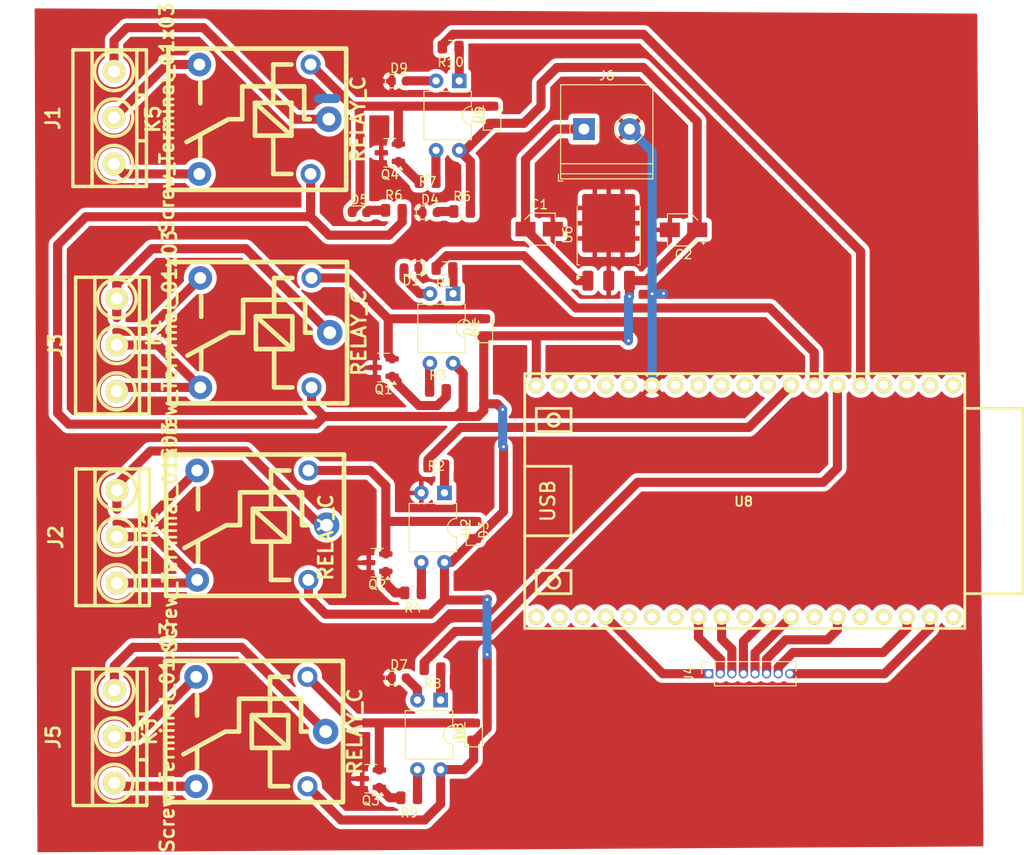
<source format=kicad_pcb>
(kicad_pcb (version 20241229) (generator "pcbnew") (generator_version "9.0")
  (layers (0 "F.Cu" signal) (2 "B.Cu" signal) (13 "F.Paste" user) (15 "B.Paste" user) (5 "F.SilkS" user "F.Silkscreen") (7 "B.SilkS" user "B.Silkscreen") (1 "F.Mask" user) (3 "B.Mask" user) (25 "Edge.Cuts" user))
  (net 0 "")
  (net 1 "GND")
  (net 2 "Net-(J6-Pin_1)")
  (net 3 "+5V")
  (net 4 "Net-(D1-A)")
  (net 5 "Net-(D2-A)")
  (net 7 "Net-(D3-A)")
  (net 8 "Net-(D4-A)")
  (net 9 "Net-(D5-K)")
  (net 10 "Net-(D5-A)")
  (net 11 "Net-(D7-A)")
  (net 12 "Net-(D8-A)")
  (net 13 "Net-(D9-A)")
  (net 14 "Net-(J1-Pin_2)")
  (net 15 "Net-(J1-Pin_1)")
  (net 16 "Net-(J1-Pin_3)")
  (net 17 "Net-(J2-Pin_2)")
  (net 18 "Net-(J2-Pin_3)")
  (net 19 "Net-(J2-Pin_1)")
  (net 20 "Net-(J3-Pin_2)")
  (net 21 "Net-(J3-Pin_3)")
  (net 22 "Net-(J3-Pin_1)")
  (net 23 "Net-(J5-Pin_3)")
  (net 24 "Net-(J5-Pin_2)")
  (net 25 "Net-(J5-Pin_1)")
  (net 26 "Net-(Q1-B)")
  (net 27 "Net-(Q2-B)")
  (net 28 "Net-(Q3-B)")
  (net 29 "Net-(Q4-B)")
  (net 30 "IN2")
  (net 31 "Net-(R1-Pad1)")
  (net 32 "IN1")
  (net 33 "Net-(R2-Pad1)")
  (net 34 "Net-(R3-Pad1)")
  (net 35 "Net-(R4-Pad1)")
  (net 36 "Net-(R7-Pad1)")
  (net 37 "Net-(R8-Pad1)")
  (net 38 "Net-(R9-Pad1)")
  (net 39 "Net-(R10-Pad1)")
  (net 40 "IN4")
  (net 41 "4F")
  (net 46 "1F")
  (net 55 "1C")
  (net 61 "IN3")
  (net 68 "3F")
  (net 69 "4C")
  (net 70 "2F")
  (net 71 "2C")
  (net 72 "3C")
  (footprint "LED_SMD:LED_0603_1608Metric" (layer "F.Cu") (at 62.9875 61.08)
    (property "Reference" "D4" (at 0 -1.43 0) (layer "F.SilkS"))
    (property "Value" "LED")
    (pad "1" smd roundrect (at -0.7875 0) (size 0.875 0.95) (layers "F.Cu" "F.Mask" "F.Paste") (net 1 "GND"))
    (pad "2" smd roundrect (at 0.7875 0) (size 0.875 0.95) (layers "F.Cu" "F.Mask" "F.Paste") (net 8 "Net-(D4-A)"))
  )
  (footprint "Resistor_SMD:R_0805_2012Metric" (layer "F.Cu") (at 66.52 60.97)
    (property "Reference" "R5" (at 0 -1.65 0) (layer "F.SilkS"))
    (property "Value" "R")
    (pad "1" smd roundrect (at -0.9125 0) (size 1.025 1.4) (layers "F.Cu" "F.Mask" "F.Paste") (roundrect_rratio 0.243902) (net 8 "Net-(D4-A)"))
    (pad "2" smd roundrect (at 0.9125 0) (size 1.025 1.4) (layers "F.Cu" "F.Mask" "F.Paste") (roundrect_rratio 0.243902) (net 3 "+5V"))
  )
  (footprint "LED_SMD:LED_0603_1608Metric" (layer "F.Cu") (at 59.605 112.115)
    (property "Reference" "D7" (at 0 -1.43 0) (layer "F.SilkS"))
    (property "Value" "LED")
    (pad "1" smd roundrect (at -0.7875 0) (size 0.875 0.95) (layers "F.Cu" "F.Mask" "F.Paste") (net 1 "GND"))
    (pad "2" smd roundrect (at 0.7875 0) (size 0.875 0.95) (layers "F.Cu" "F.Mask" "F.Paste") (net 11 "Net-(D7-A)"))
  )
  (footprint "LED_SMD:LED_0603_1608Metric" (layer "F.Cu") (at 55.26 61.09)
    (property "Reference" "D5" (at 0 -1.43 0) (layer "F.SilkS"))
    (property "Value" "LED")
    (pad "1" smd roundrect (at -0.7875 0) (size 0.875 0.95) (layers "F.Cu" "F.Mask" "F.Paste") (net 9 "Net-(D5-K)"))
    (pad "2" smd roundrect (at 0.7875 0) (size 0.875 0.95) (layers "F.Cu" "F.Mask" "F.Paste") (net 10 "Net-(D5-A)"))
  )
  (footprint "Package_TO_SOT_SMD:SOT-23" (layer "F.Cu") (at 56.51 123.17 180)
    (property "Reference" "Q3" (at 0 -2.4 0) (layer "F.SilkS"))
    (property "Value" "2N2222")
    (pad "1" smd roundrect (at -0.9375 -0.95 180) (size 1.475 0.6) (layers "F.Cu" "F.Mask" "F.Paste") (net 28 "Net-(Q3-B)"))
    (pad "2" smd roundrect (at -0.9375 0.95 180) (size 1.475 0.6) (layers "F.Cu" "F.Mask" "F.Paste") (net 12 "Net-(D8-A)"))
    (pad "3" smd roundrect (at 0.9375 0 180) (size 1.475 0.6) (layers "F.Cu" "F.Mask" "F.Paste") (net 1 "GND"))
  )
  (footprint "Resistor_SMD:R_0805_2012Metric" (layer "F.Cu") (at 63.695 88.8825 180)
    (property "Reference" "R2" (at 0 0 0) (layer "F.SilkS"))
    (property "Value" "R")
    (pad "1" smd roundrect (at -0.9125 0 180) (size 1.025 1.4) (layers "F.Cu" "F.Mask" "F.Paste") (roundrect_rratio 0.243902) (net 33 "Net-(R2-Pad1)"))
    (pad "2" smd roundrect (at 0.9125 0 180) (size 1.025 1.4) (layers "F.Cu" "F.Mask" "F.Paste") (roundrect_rratio 0.243902) (net 32 "IN1"))
  )
  (footprint "Resistor_SMD:R_0805_2012Metric" (layer "F.Cu") (at 61.145 102.7925 180)
    (property "Reference" "R4" (at 0 -1.65 0) (layer "F.SilkS"))
    (property "Value" "R")
    (pad "1" smd roundrect (at -0.9125 0 180) (size 1.025 1.4) (layers "F.Cu" "F.Mask" "F.Paste") (roundrect_rratio 0.243902) (net 35 "Net-(R4-Pad1)"))
    (pad "2" smd roundrect (at 0.9125 0 180) (size 1.025 1.4) (layers "F.Cu" "F.Mask" "F.Paste") (roundrect_rratio 0.243902) (net 27 "Net-(Q2-B)"))
  )
  (footprint "Resistor_SMD:R_0805_2012Metric" (layer "F.Cu") (at 65.2675 42.94 180)
    (property "Reference" "R10" (at 0 -1.65 0) (layer "F.SilkS"))
    (property "Value" "R")
    (pad "1" smd roundrect (at -0.9125 0 180) (size 1.025 1.4) (layers "F.Cu" "F.Mask" "F.Paste") (roundrect_rratio 0.243902) (net 39 "Net-(R10-Pad1)"))
    (pad "2" smd roundrect (at 0.9125 0 180) (size 1.025 1.4) (layers "F.Cu" "F.Mask" "F.Paste") (roundrect_rratio 0.243902) (net 40 "IN4"))
  )
  (footprint "EESTN5:BORNERA3_AZUL" (layer "F.Cu") (at 28.67 96.63 90)
    (property "Reference" "J2" (at -0.05 -6.7 90) (layer "F.SilkS") (effects (font (size 1.5 1.5) (thickness 0.3))))
    (property "Value" "Screw_Terminal_01x03" (at -0.05 5.8 90) (layer "F.SilkS") (effects (font (size 1.5 1.5) (thickness 0.3))))
    (pad "1" thru_hole circle (at -5.08 0 90) (size 2.5 2.5) (drill 1.3) (layers "*.Cu" "*.Mask" "F.SilkS") (net 19 "Net-(J2-Pin_1)"))
    (pad "2" thru_hole circle (at 0 0 90) (size 2.5 2.5) (drill 1.3) (layers "*.Cu" "*.Mask" "F.SilkS") (net 17 "Net-(J2-Pin_2)"))
    (pad "3" thru_hole circle (at 5.08 0 90) (size 2.5 2.5) (drill 1.3) (layers "*.Cu" "*.Mask" "F.SilkS") (net 18 "Net-(J2-Pin_3)"))
  )
  (footprint "EESTN5:BORNERA3_AZUL" (layer "F.Cu") (at 28.65 75.61 90)
    (property "Reference" "J3" (at -0.05 -6.7 90) (layer "F.SilkS") (effects (font (size 1.5 1.5) (thickness 0.3))))
    (property "Value" "Screw_Terminal_01x03" (at -0.05 5.8 90) (layer "F.SilkS") (effects (font (size 1.5 1.5) (thickness 0.3))))
    (pad "1" thru_hole circle (at -5.08 0 90) (size 2.5 2.5) (drill 1.3) (layers "*.Cu" "*.Mask" "F.SilkS") (net 22 "Net-(J3-Pin_1)"))
    (pad "2" thru_hole circle (at 0 0 90) (size 2.5 2.5) (drill 1.3) (layers "*.Cu" "*.Mask" "F.SilkS") (net 20 "Net-(J3-Pin_2)"))
    (pad "3" thru_hole circle (at 5.08 0 90) (size 2.5 2.5) (drill 1.3) (layers "*.Cu" "*.Mask" "F.SilkS") (net 21 "Net-(J3-Pin_3)"))
  )
  (footprint "Package_DIP:DIP-4_W7.62mm" (layer "F.Cu") (at 66.21 46.64 -90)
    (property "Reference" "U5" (at 3.81 -2.33 90) (layer "F.SilkS"))
    (property "Value" "EL817")
    (pad "1" thru_hole rect (at 0 0 270) (size 1.6 1.6) (drill 0.8) (layers "*.Cu" "*.Mask") (net 39 "Net-(R10-Pad1)"))
    (pad "2" thru_hole oval (at 0 2.54 270) (size 1.6 1.6) (drill 0.8) (layers "*.Cu" "*.Mask") (net 13 "Net-(D9-A)"))
    (pad "3" thru_hole oval (at 7.62 2.54 270) (size 1.6 1.6) (drill 0.8) (layers "*.Cu" "*.Mask") (net 36 "Net-(R7-Pad1)"))
    (pad "4" thru_hole oval (at 7.62 0 270) (size 1.6 1.6) (drill 0.8) (layers "*.Cu" "*.Mask") (net 3 "+5V"))
  )
  (footprint "TerminalBlock_Philmore:TerminalBlock_Philmore_TB132_1x02_P5.00mm_Horizontal" (layer "F.Cu") (at 79.885 51.935)
    (property "Reference" "J6" (at 2.5 -5.86 0) (layer "F.SilkS"))
    (property "Value" "Screw_Terminal_01x02")
    (pad "1" thru_hole rect (at 0 0) (size 2.4 2.4) (drill 1.2) (layers "*.Cu" "*.Mask") (net 2 "Net-(J6-Pin_1)"))
    (pad "2" thru_hole circle (at 5 0) (size 2.4 2.4) (drill 1.2) (layers "*.Cu" "*.Mask") (net 1 "GND"))
  )
  (footprint "Diode_SMD:D_0805_2012Metric" (layer "F.Cu") (at 67.94 95.8925 90)
    (property "Reference" "D3" (at -0.01 0.95 90) (layer "F.SilkS"))
    (property "Value" "1N4007")
    (pad "1" smd roundrect (at -0.9375 0 90) (size 0.975 1.4) (layers "F.Cu" "F.Mask" "F.Paste") (net 3 "+5V"))
    (pad "2" smd roundrect (at 0.9375 0 90) (size 0.975 1.4) (layers "F.Cu" "F.Mask" "F.Paste") (net 7 "Net-(D3-A)"))
  )
  (footprint "Resistor_SMD:R_0805_2012Metric" (layer "F.Cu") (at 63.28 111.11 180)
    (property "Reference" "R8" (at 0 -1.65 0) (layer "F.SilkS"))
    (property "Value" "R")
    (pad "1" smd roundrect (at -0.9125 0 180) (size 1.025 1.4) (layers "F.Cu" "F.Mask" "F.Paste") (roundrect_rratio 0.243902) (net 37 "Net-(R8-Pad1)"))
    (pad "2" smd roundrect (at 0.9125 0 180) (size 1.025 1.4) (layers "F.Cu" "F.Mask" "F.Paste") (roundrect_rratio 0.243902) (net 61 "IN3"))
  )
  (footprint "EESTN5:BORNERA3_AZUL" (layer "F.Cu") (at 28.35 50.67 90)
    (property "Reference" "J1" (at -0.05 -6.7 90) (layer "F.SilkS") (effects (font (size 1.5 1.5) (thickness 0.3))))
    (property "Value" "Screw_Terminal_01x03" (at -0.05 5.8 90) (layer "F.SilkS") (effects (font (size 1.5 1.5) (thickness 0.3))))
    (pad "1" thru_hole circle (at -5.08 0 90) (size 2.5 2.5) (drill 1.3) (layers "*.Cu" "*.Mask" "F.SilkS") (net 15 "Net-(J1-Pin_1)"))
    (pad "2" thru_hole circle (at 0 0 90) (size 2.5 2.5) (drill 1.3) (layers "*.Cu" "*.Mask" "F.SilkS") (net 14 "Net-(J1-Pin_2)"))
    (pad "3" thru_hole circle (at 5.08 0 90) (size 2.5 2.5) (drill 1.3) (layers "*.Cu" "*.Mask" "F.SilkS") (net 16 "Net-(J1-Pin_3)"))
  )
  (footprint "Package_DIP:DIP-4_W7.62mm" (layer "F.Cu") (at 64.165 114.55 -90)
    (property "Reference" "U4" (at 3.81 -2.33 90) (layer "F.SilkS"))
    (property "Value" "EL817")
    (pad "1" thru_hole rect (at 0 0 270) (size 1.6 1.6) (drill 0.8) (layers "*.Cu" "*.Mask") (net 37 "Net-(R8-Pad1)"))
    (pad "2" thru_hole oval (at 0 2.54 270) (size 1.6 1.6) (drill 0.8) (layers "*.Cu" "*.Mask") (net 11 "Net-(D7-A)"))
    (pad "3" thru_hole oval (at 7.62 2.54 270) (size 1.6 1.6) (drill 0.8) (layers "*.Cu" "*.Mask") (net 38 "Net-(R9-Pad1)"))
    (pad "4" thru_hole oval (at 7.62 0 270) (size 1.6 1.6) (drill 0.8) (layers "*.Cu" "*.Mask") (net 3 "+5V"))
  )
  (footprint "Resistor_SMD:R_0805_2012Metric" (layer "F.Cu") (at 60.72 125.26 180)
    (property "Reference" "R9" (at 0 -1.65 0) (layer "F.SilkS"))
    (property "Value" "R")
    (pad "1" smd roundrect (at -0.9125 0 180) (size 1.025 1.4) (layers "F.Cu" "F.Mask" "F.Paste") (roundrect_rratio 0.243902) (net 38 "Net-(R9-Pad1)"))
    (pad "2" smd roundrect (at 0.9125 0 180) (size 1.025 1.4) (layers "F.Cu" "F.Mask" "F.Paste") (roundrect_rratio 0.243902) (net 28 "Net-(Q3-B)"))
  )
  (footprint "Package_TO_SOT_SMD:SOT-23" (layer "F.Cu") (at 58.5975 54.53 180)
    (property "Reference" "Q4" (at 0 -2.4 0) (layer "F.SilkS"))
    (property "Value" "2N2222")
    (pad "1" smd roundrect (at -0.9375 -0.95 180) (size 1.475 0.6) (layers "F.Cu" "F.Mask" "F.Paste") (net 29 "Net-(Q4-B)"))
    (pad "2" smd roundrect (at -0.9375 0.95 180) (size 1.475 0.6) (layers "F.Cu" "F.Mask" "F.Paste") (net 9 "Net-(D5-K)"))
    (pad "3" smd roundrect (at 0.9375 0 180) (size 1.475 0.6) (layers "F.Cu" "F.Mask" "F.Paste") (net 1 "GND"))
  )
  (footprint "Connector_PinSocket_1.27mm:PinSocket_1x08_P1.27mm_Vertical" (layer "F.Cu") (at 93.565 111.66 90)
    (property "Reference" "J4" (at 0 -2.135 90) (layer "F.SilkS"))
    (property "Value" "Conn_01x08")
    (pad "1" thru_hole rect (at 0 0 90) (size 1 1) (drill 0.7) (layers "*.Cu" "*.Mask") (net 46 "1F"))
    (pad "2" thru_hole circle (at 0 1.27 90) (size 1 1) (drill 0.7) (layers "*.Cu" "*.Mask") (net 70 "2F"))
    (pad "3" thru_hole circle (at 0 2.54 90) (size 1 1) (drill 0.7) (layers "*.Cu" "*.Mask") (net 68 "3F"))
    (pad "4" thru_hole circle (at 0 3.81 90) (size 1 1) (drill 0.7) (layers "*.Cu" "*.Mask") (net 41 "4F"))
    (pad "5" thru_hole circle (at 0 5.08 90) (size 1 1) (drill 0.7) (layers "*.Cu" "*.Mask") (net 55 "1C"))
    (pad "6" thru_hole circle (at 0 6.35 90) (size 1 1) (drill 0.7) (layers "*.Cu" "*.Mask") (net 71 "2C"))
    (pad "7" thru_hole circle (at 0 7.62 90) (size 1 1) (drill 0.7) (layers "*.Cu" "*.Mask") (net 72 "3C"))
    (pad "8" thru_hole circle (at 0 8.89 90) (size 1 1) (drill 0.7) (layers "*.Cu" "*.Mask") (net 69 "4C"))
  )
  (footprint "Package_DIP:DIP-4_W7.62mm" (layer "F.Cu") (at 64.59 91.8225 -90)
    (property "Reference" "U2" (at 3.81 -2.33 90) (layer "F.SilkS"))
    (property "Value" "EL817")
    (pad "1" thru_hole rect (at 0 0 270) (size 1.6 1.6) (drill 0.8) (layers "*.Cu" "*.Mask") (net 33 "Net-(R2-Pad1)"))
    (pad "2" thru_hole oval (at 0 2.54 270) (size 1.6 1.6) (drill 0.8) (layers "*.Cu" "*.Mask") (net 1 "GND"))
    (pad "3" thru_hole oval (at 7.62 2.54 270) (size 1.6 1.6) (drill 0.8) (layers "*.Cu" "*.Mask") (net 35 "Net-(R4-Pad1)"))
    (pad "4" thru_hole oval (at 7.62 0 270) (size 1.6 1.6) (drill 0.8) (layers "*.Cu" "*.Mask") (net 3 "+5V"))
  )
  (footprint "LED_SMD:LED_0603_1608Metric" (layer "F.Cu") (at 59.6 46.68)
    (property "Reference" "D9" (at 0 -1.43 0) (layer "F.SilkS"))
    (property "Value" "LED")
    (pad "1" smd roundrect (at -0.7875 0) (size 0.875 0.95) (layers "F.Cu" "F.Mask" "F.Paste") (net 1 "GND"))
    (pad "2" smd roundrect (at 0.7875 0) (size 0.875 0.95) (layers "F.Cu" "F.Mask" "F.Paste") (net 13 "Net-(D9-A)"))
  )
  (footprint "Package_TO_SOT_SMD:TO-252-3_TabPin2" (layer "F.Cu") (at 82.595 63.515 90)
    (property "Reference" "U6" (at 0 -4.5 270) (layer "F.SilkS"))
    (property "Value" "L7805")
    (pad "1" smd roundrect (at -5.04 -2.28 90) (size 2.2 1.2) (layers "F.Cu" "F.Mask" "F.Paste") (roundrect_rratio 0.208333) (net 2 "Net-(J6-Pin_1)"))
    (pad "2" smd roundrect (at -5.04 0 90) (size 2.2 1.2) (layers "F.Cu" "F.Mask" "F.Paste") (roundrect_rratio 0.208333) (net 1 "GND"))
    (pad "2" smd roundrect (at -0.415 -1.525 90) (size 3.05 2.75) (layers "F.Cu" "F.Paste") (roundrect_rratio 0.090909) (net 1 "GND"))
    (pad "2" smd roundrect (at -0.415 1.525 90) (size 3.05 2.75) (layers "F.Cu" "F.Paste") (roundrect_rratio 0.090909) (net 1 "GND"))
    (pad "2" smd roundrect (at 1.26 0 90) (size 6.4 5.8) (layers "F.Cu" "F.Mask") (roundrect_rratio 0.043103) (net 1 "GND"))
    (pad "2" smd roundrect (at 2.935 -1.525 90) (size 3.05 2.75) (layers "F.Cu" "F.Paste") (roundrect_rratio 0.090909) (net 1 "GND"))
    (pad "2" smd roundrect (at 2.935 1.525 90) (size 3.05 2.75) (layers "F.Cu" "F.Paste") (roundrect_rratio 0.090909) (net 1 "GND"))
    (pad "3" smd roundrect (at -5.04 2.28 90) (size 2.2 1.2) (layers "F.Cu" "F.Mask" "F.Paste") (roundrect_rratio 0.208333) (net 3 "+5V"))
  )
  (footprint "Package_TO_SOT_SMD:SOT-23" (layer "F.Cu") (at 57.91 78.0825 180)
    (property "Reference" "Q1" (at 0 -2.4 0) (layer "F.SilkS"))
    (property "Value" "2N2222")
    (pad "1" smd roundrect (at -0.9375 -0.95 180) (size 1.475 0.6) (layers "F.Cu" "F.Mask" "F.Paste") (net 26 "Net-(Q1-B)"))
    (pad "2" smd roundrect (at -0.9375 0.95 180) (size 1.475 0.6) (layers "F.Cu" "F.Mask" "F.Paste") (net 5 "Net-(D2-A)"))
    (pad "3" smd roundrect (at 0.9375 0 180) (size 1.475 0.6) (layers "F.Cu" "F.Mask" "F.Paste") (net 1 "GND"))
  )
  (footprint "Diode_SMD:D_0805_2012Metric" (layer "F.Cu") (at 69.81 50.36 90)
    (property "Reference" "D6" (at 0 -1.65 90) (layer "F.SilkS"))
    (property "Value" "1N4007")
    (pad "1" smd roundrect (at -0.9375 0 90) (size 0.975 1.4) (layers "F.Cu" "F.Mask" "F.Paste") (net 3 "+5V"))
    (pad "2" smd roundrect (at 0.9375 0 90) (size 0.975 1.4) (layers "F.Cu" "F.Mask" "F.Paste") (net 9 "Net-(D5-K)"))
  )
  (footprint "LED_SMD:LED_0603_1608Metric" (layer "F.Cu") (at 60.94 67.14 180)
    (property "Reference" "D1" (at 0 -1.43 0) (layer "F.SilkS"))
    (property "Value" "LED")
    (pad "1" smd roundrect (at -0.7875 0 180) (size 0.875 0.95) (layers "F.Cu" "F.Mask" "F.Paste") (net 1 "GND"))
    (pad "2" smd roundrect (at 0.7875 0 180) (size 0.875 0.95) (layers "F.Cu" "F.Mask" "F.Paste") (net 4 "Net-(D1-A)"))
  )
  (footprint "Capacitor_SMD:CP_Elec_3x5.3" (layer "F.Cu") (at 74.975 62.905)
    (property "Reference" "C1" (at 0 -2.7 0) (layer "F.SilkS"))
    (property "Value" "0.1uF")
    (pad "1" smd rect (at -1.5 0) (size 2.2 1.6) (layers "F.Cu" "F.Mask" "F.Paste") (net 2 "Net-(J6-Pin_1)"))
    (pad "2" smd rect (at 1.5 0) (size 2.2 1.6) (layers "F.Cu" "F.Mask" "F.Paste") (net 1 "GND"))
  )
  (footprint "Diode_SMD:D_0805_2012Metric" (layer "F.Cu") (at 67.79 117.99 90)
    (property "Reference" "D8" (at 0 -1.65 90) (layer "F.SilkS"))
    (property "Value" "1N4007")
    (pad "1" smd roundrect (at -0.9375 0 90) (size 0.975 1.4) (layers "F.Cu" "F.Mask" "F.Paste") (net 3 "+5V"))
    (pad "2" smd roundrect (at 0.9375 0 90) (size 0.975 1.4) (layers "F.Cu" "F.Mask" "F.Paste") (net 12 "Net-(D8-A)"))
  )
  (footprint "EESTN5:Relay_C" (layer "F.Cu") (at 43.57 95.37 -90)
    (property "Reference" "K2" (at 0 11.2 90) (layer "F.SilkS") (effects (font (size 1.524 1.524) (thickness 0.3048))))
    (property "Value" "RELAY_C" (at 1.3425 -8.015 90) (layer "F.SilkS") (effects (font (size 1.524 1.524) (thickness 0.3048))))
    (pad "1" thru_hole circle (at 0 -8.1 270) (size 2.8 2.8) (drill 1.4) (layers "*.Cu" "*.Mask") (net 18 "Net-(J2-Pin_3)"))
    (pad "2" thru_hole circle (at -6 -6.1 270) (size 2.2 2.2) (drill 1.3) (layers "*.Cu" "*.Mask") (net 7 "Net-(D3-A)"))
    (pad "3" thru_hole circle (at -6 6.1 270) (size 2.6 2.6) (drill 1.3) (layers "*.Cu" "*.Mask") (net 17 "Net-(J2-Pin_2)"))
    (pad "4" thru_hole circle (at 6 6.1 270) (size 2.6 2.6) (drill 1.3) (layers "*.Cu" "*.Mask") (net 19 "Net-(J2-Pin_1)"))
    (pad "5" thru_hole circle (at 6 -6.1 270) (size 2.2 2.2) (drill 1.3) (layers "*.Cu" "*.Mask") (net 3 "+5V"))
  )
  (footprint "Resistor_SMD:R_0805_2012Metric" (layer "F.Cu") (at 59.04 60.84)
    (property "Reference" "R6" (at 0 -1.65 0) (layer "F.SilkS"))
    (property "Value" "R")
    (pad "1" smd roundrect (at -0.9125 0) (size 1.025 1.4) (layers "F.Cu" "F.Mask" "F.Paste") (roundrect_rratio 0.243902) (net 10 "Net-(D5-A)"))
    (pad "2" smd roundrect (at 0.9125 0) (size 1.025 1.4) (layers "F.Cu" "F.Mask" "F.Paste") (roundrect_rratio 0.243902) (net 3 "+5V"))
  )
  (footprint "EESTN5:Relay_C" (layer "F.Cu") (at 43.46 118 -90)
    (property "Reference" "K3" (at 0 11.2 90) (layer "F.SilkS") (effects (font (size 1.524 1.524) (thickness 0.3048))))
    (property "Value" "RELAY_C" (at 0 -11.3 90) (layer "F.SilkS") (effects (font (size 1.524 1.524) (thickness 0.3048))))
    (pad "1" thru_hole circle (at 0 -8.1 270) (size 2.8 2.8) (drill 1.4) (layers "*.Cu" "*.Mask") (net 23 "Net-(J5-Pin_3)"))
    (pad "2" thru_hole circle (at -6 -6.1 270) (size 2.2 2.2) (drill 1.3) (layers "*.Cu" "*.Mask") (net 12 "Net-(D8-A)"))
    (pad "3" thru_hole circle (at -6 6.1 270) (size 2.6 2.6) (drill 1.3) (layers "*.Cu" "*.Mask") (net 24 "Net-(J5-Pin_2)"))
    (pad "4" thru_hole circle (at 6 6.1 270) (size 2.6 2.6) (drill 1.3) (layers "*.Cu" "*.Mask") (net 25 "Net-(J5-Pin_1)"))
    (pad "5" thru_hole circle (at 6 -6.1 270) (size 2.2 2.2) (drill 1.3) (layers "*.Cu" "*.Mask") (net 3 "+5V"))
  )
  (footprint "Capacitor_SMD:CP_Elec_3x5.3" (layer "F.Cu") (at 90.805 62.985 180)
    (property "Reference" "C2" (at 0 -2.7 180) (layer "F.SilkS"))
    (property "Value" "0.1uF")
    (pad "1" smd rect (at -1.5 0 180) (size 2.2 1.6) (layers "F.Cu" "F.Mask" "F.Paste") (net 3 "+5V"))
    (pad "2" smd rect (at 1.5 0 180) (size 2.2 1.6) (layers "F.Cu" "F.Mask" "F.Paste") (net 1 "GND"))
  )
  (footprint "Diode_SMD:D_0805_2012Metric" (layer "F.Cu") (at 68.9 73.67 90)
    (property "Reference" "D2" (at 0 -1.65 90) (layer "F.SilkS"))
    (property "Value" "1N4007")
    (pad "1" smd roundrect (at -0.9375 0 90) (size 0.975 1.4) (layers "F.Cu" "F.Mask" "F.Paste") (net 3 "+5V"))
    (pad "2" smd roundrect (at 0.9375 0 90) (size 0.975 1.4) (layers "F.Cu" "F.Mask" "F.Paste") (net 5 "Net-(D2-A)"))
  )
  (footprint "Resistor_SMD:R_0805_2012Metric" (layer "F.Cu") (at 63.87 80.59)
    (property "Reference" "R3" (at 0 -1.65 0) (layer "F.SilkS"))
    (property "Value" "R")
    (pad "1" smd roundrect (at -0.9125 0) (size 1.025 1.4) (layers "F.Cu" "F.Mask" "F.Paste") (roundrect_rratio 0.243902) (net 34 "Net-(R3-Pad1)"))
    (pad "2" smd roundrect (at 0.9125 0) (size 1.025 1.4) (layers "F.Cu" "F.Mask" "F.Paste") (roundrect_rratio 0.243902) (net 26 "Net-(Q1-B)"))
  )
  (footprint "Package_TO_SOT_SMD:SOT-23" (layer "F.Cu") (at 57.2175 99.48 180)
    (property "Reference" "Q2" (at 0 -2.4 0) (layer "F.SilkS"))
    (property "Value" "2N2222")
    (pad "1" smd roundrect (at -0.9375 -0.95 180) (size 1.475 0.6) (layers "F.Cu" "F.Mask" "F.Paste") (net 27 "Net-(Q2-B)"))
    (pad "2" smd roundrect (at -0.9375 0.95 180) (size 1.475 0.6) (layers "F.Cu" "F.Mask" "F.Paste") (net 7 "Net-(D3-A)"))
    (pad "3" smd roundrect (at 0.9375 0 180) (size 1.475 0.6) (layers "F.Cu" "F.Mask" "F.Paste") (net 1 "GND"))
  )
  (footprint "EESTN5:ESP32_DEVKITC" (layer "F.Cu") (at 97.52 92.72 180)
    (property "Reference" "U8" (at 0.127 -0.0635 180) (layer "F.SilkS") (effects (font (size 1.016 1.016) (thickness 0.2032))))
    (property "Value" "ESP32_DEVKITC" (hide yes))
    (fp_text user "USB" (at 21.59 0 270) (layer "F.SilkS") (effects (font (size 1.524 1.524) (thickness 0.254))))
    (pad "1" thru_hole circle (at -22.86 12.7 180) (size 1.75 1.75) (drill 1) (layers "*.Cu" "*.Mask" "F.SilkS"))
    (pad "2" thru_hole circle (at -20.32 12.7 180) (size 1.75 1.75) (drill 1) (layers "*.Cu" "*.Mask" "F.SilkS"))
    (pad "3" thru_hole circle (at -17.78 12.7 180) (size 1.75 1.75) (drill 1) (layers "*.Cu" "*.Mask" "F.SilkS"))
    (pad "4" thru_hole circle (at -15.24 12.7 180) (size 1.75 1.75) (drill 1) (layers "*.Cu" "*.Mask" "F.SilkS"))
    (pad "5" thru_hole circle (at -12.7 12.7 180) (size 1.75 1.75) (drill 1) (layers "*.Cu" "*.Mask" "F.SilkS") (net 40 "IN4"))
    (pad "6" thru_hole circle (at -10.16 12.7 180) (size 1.75 1.75) (drill 1) (layers "*.Cu" "*.Mask" "F.SilkS") (net 61 "IN3"))
    (pad "7" thru_hole circle (at -7.62 12.7 180) (size 1.75 1.75) (drill 1) (layers "*.Cu" "*.Mask" "F.SilkS") (net 30 "IN2"))
    (pad "8" thru_hole circle (at -5.08 12.7 180) (size 1.75 1.75) (drill 1) (layers "*.Cu" "*.Mask" "F.SilkS") (net 32 "IN1"))
    (pad "9" thru_hole circle (at -2.54 12.7 180) (size 1.75 1.75) (drill 1) (layers "*.Cu" "*.Mask" "F.SilkS"))
    (pad "10" thru_hole circle (at 0 12.7 180) (size 1.75 1.75) (drill 1) (layers "*.Cu" "*.Mask" "F.SilkS"))
    (pad "11" thru_hole circle (at 2.54 12.7 180) (size 1.75 1.75) (drill 1) (layers "*.Cu" "*.Mask" "F.SilkS"))
    (pad "12" thru_hole circle (at 5.08 12.7 180) (size 1.75 1.75) (drill 1) (layers "*.Cu" "*.Mask" "F.SilkS"))
    (pad "13" thru_hole circle (at 7.62 12.7 180) (size 1.75 1.75) (drill 1) (layers "*.Cu" "*.Mask" "F.SilkS"))
    (pad "14" thru_hole circle (at 10.16 12.7 180) (size 1.75 1.75) (drill 1) (layers "*.Cu" "*.Mask" "F.SilkS") (net 1 "GND"))
    (pad "15" thru_hole circle (at 12.7 12.7 180) (size 1.75 1.75) (drill 1) (layers "*.Cu" "*.Mask" "F.SilkS"))
    (pad "16" thru_hole circle (at 15.24 12.7 180) (size 1.75 1.75) (drill 1) (layers "*.Cu" "*.Mask" "F.SilkS"))
    (pad "17" thru_hole circle (at 17.78 12.7 180) (size 1.75 1.75) (drill 1) (layers "*.Cu" "*.Mask" "F.SilkS"))
    (pad "18" thru_hole circle (at 20.32 12.7 180) (size 1.75 1.75) (drill 1) (layers "*.Cu" "*.Mask" "F.SilkS"))
    (pad "19" thru_hole circle (at 22.86 12.7 180) (size 1.75 1.75) (drill 1) (layers "*.Cu" "*.Mask" "F.SilkS") (net 3 "+5V"))
    (pad "20" thru_hole circle (at 22.86 -12.7) (size 1.75 1.75) (drill 1) (layers "*.Cu" "*.Mask" "F.SilkS"))
    (pad "21" thru_hole circle (at 20.32 -12.7) (size 1.75 1.75) (drill 1) (layers "*.Cu" "*.Mask" "F.SilkS"))
    (pad "22" thru_hole circle (at 17.78 -12.7) (size 1.75 1.75) (drill 1) (layers "*.Cu" "*.Mask" "F.SilkS"))
    (pad "23" thru_hole circle (at 15.24 -12.7) (size 1.75 1.75) (drill 1) (layers "*.Cu" "*.Mask" "F.SilkS") (net 46 "1F"))
    (pad "24" thru_hole circle (at 12.7 -12.7) (size 1.75 1.75) (drill 1) (layers "*.Cu" "*.Mask" "F.SilkS"))
    (pad "25" thru_hole circle (at 10.16 -12.7) (size 1.75 1.75) (drill 1) (layers "*.Cu" "*.Mask" "F.SilkS"))
    (pad "26" thru_hole circle (at 7.62 -12.7) (size 1.75 1.75) (drill 1) (layers "*.Cu" "*.Mask" "F.SilkS"))
    (pad "27" thru_hole circle (at 5.08 -12.7) (size 1.75 1.75) (drill 1) (layers "*.Cu" "*.Mask" "F.SilkS") (net 70 "2F"))
    (pad "28" thru_hole circle (at 2.54 -12.7) (size 1.75 1.75) (drill 1) (layers "*.Cu" "*.Mask" "F.SilkS") (net 68 "3F"))
    (pad "29" thru_hole circle (at 0 -12.7) (size 1.75 1.75) (drill 1) (layers "*.Cu" "*.Mask" "F.SilkS"))
    (pad "30" thru_hole circle (at -2.54 -12.7) (size 1.75 1.75) (drill 1) (layers "*.Cu" "*.Mask" "F.SilkS") (net 41 "4F"))
    (pad "31" thru_hole circle (at -5.08 -12.7) (size 1.75 1.75) (drill 1) (layers "*.Cu" "*.Mask" "F.SilkS") (net 55 "1C"))
    (pad "32" thru_hole circle (at -7.62 -12.7) (size 1.75 1.75) (drill 1) (layers "*.Cu" "*.Mask" "F.SilkS"))
    (pad "33" thru_hole circle (at -10.16 -12.7) (size 1.75 1.75) (drill 1) (layers "*.Cu" "*.Mask" "F.SilkS") (net 71 "2C"))
    (pad "34" thru_hole circle (at -12.7 -12.7) (size 1.75 1.75) (drill 1) (layers "*.Cu" "*.Mask" "F.SilkS"))
    (pad "35" thru_hole circle (at -15.24 -12.7) (size 1.75 1.75) (drill 1) (layers "*.Cu" "*.Mask" "F.SilkS"))
    (pad "36" thru_hole circle (at -17.78 -12.7) (size 1.75 1.75) (drill 1) (layers "*.Cu" "*.Mask" "F.SilkS") (net 72 "3C"))
    (pad "37" thru_hole circle (at -20.32 -12.7) (size 1.75 1.75) (drill 1) (layers "*.Cu" "*.Mask" "F.SilkS") (net 69 "4C"))
    (pad "38" thru_hole circle (at -22.86 -12.7) (size 1.75 1.75) (drill 1) (layers "*.Cu" "*.Mask" "F.SilkS"))
  )
  (footprint "EESTN5:Relay_C" (layer "F.Cu") (at 43.91 74.26 -90)
    (property "Reference" "K1" (at 0 11.2 90) (layer "F.SilkS") (effects (font (size 1.524 1.524) (thickness 0.3048))))
    (property "Value" "RELAY_C" (at 0 -11.3 90) (layer "F.SilkS") (effects (font (size 1.524 1.524) (thickness 0.3048))))
    (pad "1" thru_hole circle (at 0 -8.1 270) (size 2.8 2.8) (drill 1.4) (layers "*.Cu" "*.Mask") (net 21 "Net-(J3-Pin_3)"))
    (pad "2" thru_hole circle (at -6 -6.1 270) (size 2.2 2.2) (drill 1.3) (layers "*.Cu" "*.Mask") (net 5 "Net-(D2-A)"))
    (pad "3" thru_hole circle (at -6 6.1 270) (size 2.6 2.6) (drill 1.3) (layers "*.Cu" "*.Mask") (net 20 "Net-(J3-Pin_2)"))
    (pad "4" thru_hole circle (at 6 6.1 270) (size 2.6 2.6) (drill 1.3) (layers "*.Cu" "*.Mask") (net 22 "Net-(J3-Pin_1)"))
    (pad "5" thru_hole circle (at 6 -6.1 270) (size 2.2 2.2) (drill 1.3) (layers "*.Cu" "*.Mask") (net 3 "+5V"))
  )
  (footprint "Resistor_SMD:R_0805_2012Metric" (layer "F.Cu") (at 64.59 67.22 180)
    (property "Reference" "R1" (at 0 -1.65 0) (layer "F.SilkS"))
    (property "Value" "R")
    (pad "1" smd roundrect (at -0.9125 0 180) (size 1.025 1.4) (layers "F.Cu" "F.Mask" "F.Paste") (roundrect_rratio 0.243902) (net 31 "Net-(R1-Pad1)"))
    (pad "2" smd roundrect (at 0.9125 0 180) (size 1.025 1.4) (layers "F.Cu" "F.Mask" "F.Paste") (roundrect_rratio 0.243902) (net 30 "IN2"))
  )
  (footprint "Resistor_SMD:R_0805_2012Metric" (layer "F.Cu") (at 62.7375 57.69 180)
    (property "Reference" "R7" (at 0 0 0) (layer "F.SilkS"))
    (property "Value" "R")
    (pad "1" smd roundrect (at -0.9125 0 180) (size 1.025 1.4) (layers "F.Cu" "F.Mask" "F.Paste") (roundrect_rratio 0.243902) (net 36 "Net-(R7-Pad1)"))
    (pad "2" smd roundrect (at 0.9125 0 180) (size 1.025 1.4) (layers "F.Cu" "F.Mask" "F.Paste") (roundrect_rratio 0.243902) (net 29 "Net-(Q4-B)"))
  )
  (footprint "EESTN5:BORNERA3_AZUL" (layer "F.Cu") (at 28.39 118.55 90)
    (property "Reference" "J5" (at -0.05 -6.7 90) (layer "F.SilkS") (effects (font (size 1.5 1.5) (thickness 0.3))))
    (property "Value" "Screw_Terminal_01x03" (at -0.05 5.8 90) (layer "F.SilkS") (effects (font (size 1.5 1.5) (thickness 0.3))))
    (pad "1" thru_hole circle (at -5.08 0 90) (size 2.5 2.5) (drill 1.3) (layers "*.Cu" "*.Mask" "F.SilkS") (net 25 "Net-(J5-Pin_1)"))
    (pad "2" thru_hole circle (at 0 0 90) (size 2.5 2.5) (drill 1.3) (layers "*.Cu" "*.Mask" "F.SilkS") (net 24 "Net-(J5-Pin_2)"))
    (pad "3" thru_hole circle (at 5.08 0 90) (size 2.5 2.5) (drill 1.3) (layers "*.Cu" "*.Mask" "F.SilkS") (net 23 "Net-(J5-Pin_3)"))
  )
  (footprint "Package_DIP:DIP-4_W7.62mm" (layer "F.Cu") (at 65.535 69.98 -90)
    (property "Reference" "U1" (at 3.81 -2.33 90) (layer "F.SilkS"))
    (property "Value" "EL817")
    (pad "1" thru_hole rect (at 0 0 270) (size 1.6 1.6) (drill 0.8) (layers "*.Cu" "*.Mask") (net 31 "Net-(R1-Pad1)"))
    (pad "2" thru_hole oval (at 0 2.54 270) (size 1.6 1.6) (drill 0.8) (layers "*.Cu" "*.Mask") (net 4 "Net-(D1-A)"))
    (pad "3" thru_hole oval (at 7.62 2.54 270) (size 1.6 1.6) (drill 0.8) (layers "*.Cu" "*.Mask") (net 34 "Net-(R3-Pad1)"))
    (pad "4" thru_hole oval (at 7.62 0 270) (size 1.6 1.6) (drill 0.8) (layers "*.Cu" "*.Mask") (net 3 "+5V"))
  )
  (footprint "EESTN5:Relay_C" (layer "F.Cu") (at 43.81 50.85 -90)
    (property "Reference" "K5" (at 0 11.2 90) (layer "F.SilkS") (effects (font (size 1.524 1.524) (thickness 0.3048))))
    (property "Value" "RELAY_C" (at 0 -11.3 90) (layer "F.SilkS") (effects (font (size 1.524 1.524) (thickness 0.3048))))
    (pad "1" thru_hole circle (at 0 -8.1 270) (size 2.8 2.8) (drill 1.4) (layers "*.Cu" "*.Mask") (net 16 "Net-(J1-Pin_3)"))
    (pad "2" thru_hole circle (at -6 -6.1 270) (size 2.2 2.2) (drill 1.3) (layers "*.Cu" "*.Mask") (net 9 "Net-(D5-K)"))
    (pad "3" thru_hole circle (at -6 6.1 270) (size 2.6 2.6) (drill 1.3) (layers "*.Cu" "*.Mask") (net 14 "Net-(J1-Pin_2)"))
    (pad "4" thru_hole circle (at 6 6.1 270) (size 2.6 2.6) (drill 1.3) (layers "*.Cu" "*.Mask") (net 15 "Net-(J1-Pin_1)"))
    (pad "5" thru_hole circle (at 6 -6.1 270) (size 2.2 2.2) (drill 1.3) (layers "*.Cu" "*.Mask") (net 3 "+5V"))
  )
  (gr_text "RELE WIFI\nBRIAN GARCIA 6°3°" (at 107.5 124 0) (layer "F.Cu") (effects (font (size 1.5 1.5) (thickness 0.3) (bold yes)) (justify left bottom mirror)))
  (segment (start 50.77 48.58) (end 52.69 48.58) (width 1) (layer "B.Cu") (net 0))
  (via (at 87.36 70) (size 0.6) (drill 0.3) (layers "F.Cu" "B.Cu") (net 1))
  (via (at 88.61 69.96) (size 0.6) (drill 0.3) (layers "F.Cu" "B.Cu") (net 1))
  (segment (start 87.36 70) (end 87.36 54.41) (width 1) (layer "B.Cu") (net 1))
  (segment (start 87.36 54.41) (end 84.885 51.935) (width 1) (layer "B.Cu") (net 1))
  (segment (start 87.36 70) (end 88.57 70) (width 1) (layer "B.Cu") (net 1))
  (segment (start 87.36 80.02) (end 87.36 70) (width 1) (layer "B.Cu") (net 1))
  (segment (start 88.57 70) (end 88.61 69.96) (width 1) (layer "B.Cu") (net 1))
  (segment (start 79.125 68.555) (end 80.315 68.555) (width 1) (layer "F.Cu") (net 2))
  (segment (start 73.475 62.905) (end 79.125 68.555) (width 1) (layer "F.Cu") (net 2))
  (segment (start 73.475 62.905) (end 73.475 55.265) (width 1) (layer "F.Cu") (net 2))
  (segment (start 76.805 51.935) (end 79.885 51.935) (width 1) (layer "F.Cu") (net 2))
  (segment (start 73.475 55.265) (end 76.805 51.935) (width 1) (layer "F.Cu") (net 2))
  (segment (start 69.27 117.615332) (end 69.27 109.55) (width 1) (layer "F.Cu") (net 3))
  (segment (start 22.17 64.64) (end 22.17 83.09) (width 1) (layer "F.Cu") (net 3))
  (segment (start 75.18 46.92) (end 76.92 45.18) (width 1) (layer "F.Cu") (net 3))
  (segment (start 63.04 105.13) (end 51.55 105.13) (width 1) (layer "F.Cu") (net 3))
  (segment (start 64.59 99.4425) (end 65.3275 99.4425) (width 1) (layer "F.Cu") (net 3))
  (segment (start 75.18 49.4) (end 75.18 46.92) (width 1) (layer "F.Cu") (net 3))
  (segment (start 49.91 61.55) (end 49.91 56.85) (width 1) (layer "F.Cu") (net 3))
  (segment (start 64.165 125.955) (end 64.165 122.17) (width 1) (layer "F.Cu") (net 3))
  (segment (start 69.255 103.525) (end 69.31 103.47) (width 1) (layer "F.Cu") (net 3))
  (segment (start 69.2 103.58) (end 69.255 103.525) (width 1) (layer "F.Cu") (net 3))
  (segment (start 84.875 68.555) (end 86.735 68.555) (width 1) (layer "F.Cu") (net 3))
  (segment (start 77.88 45.18) (end 77.89 45.17) (width 1) (layer "F.Cu") (net 3))
  (segment (start 25.26 61.55) (end 22.17 64.64) (width 1) (layer "F.Cu") (net 3))
  (segment (start 77.89 45.17) (end 86.38 45.17) (width 1) (layer "F.Cu") (net 3))
  (segment (start 58.5 63.57) (end 51.93 63.57) (width 1) (layer "F.Cu") (net 3))
  (segment (start 86.735 68.555) (end 92.305 62.985) (width 1) (layer "F.Cu") (net 3))
  (segment (start 67.94 96.83) (end 68.107832 96.83) (width 1) (layer "F.Cu") (net 3))
  (segment (start 76.92 45.18) (end 77.88 45.18) (width 1) (layer "F.Cu") (net 3))
  (segment (start 66.72 122.17) (end 64.165 122.17) (width 1) (layer "F.Cu") (net 3))
  (segment (start 68.26 83.45) (end 65.89 83.45) (width 1) (layer "F.Cu") (net 3))
  (segment (start 74.8825 74.6075) (end 84.2275 74.6075) (width 1) (layer "F.Cu") (net 3))
  (segment (start 64.59 103.58) (end 63.04 105.13) (width 1) (layer "F.Cu") (net 3))
  (segment (start 74.66 74.83) (end 74.8825 74.6075) (width 1) (layer "F.Cu") (net 3))
  (segment (start 53.26 127.7) (end 62.42 127.7) (width 1) (layer "F.Cu") (net 3))
  (segment (start 68.9 82.06) (end 70.35 82.06) (width 1) (layer "F.Cu") (net 3))
  (segment (start 66.21 54.26) (end 66.8475 54.26) (width 1) (layer "F.Cu") (net 3))
  (segment (start 69.81 51.2975) (end 73.2825 51.2975) (width 1) (layer "F.Cu") (net 3))
  (segment (start 65.89 83.45) (end 52.47 83.45) (width 1) (layer "F.Cu") (net 3))
  (segment (start 67.79 118.9275) (end 67.79 121.1) (width 1) (layer "F.Cu") (net 3))
  (segment (start 73.2825 51.2975) (end 75.18 49.4) (width 1) (layer "F.Cu") (net 3))
  (segment (start 65.3275 99.4425) (end 67.94 96.83) (width 1) (layer "F.Cu") (net 3))
  (segment (start 50.01 82.11) (end 50.01 80.26) (width 1) (layer "F.Cu") (net 3))
  (segment (start 92.305 51.095) (end 92.305 62.985) (width 1) (layer "F.Cu") (net 3))
  (segment (start 68.9 82.06) (end 68.9 82.81) (width 1) (layer "F.Cu") (net 3))
  (segment (start 74.8825 74.6075) (end 68.9 74.6075) (width 1) (layer "F.Cu") (net 3))
  (segment (start 84.2275 74.6075) (end 84.765 75.145) (width 1) (layer "F.Cu") (net 3))
  (segment (start 86.38 45.17) (end 92.305 51.095) (width 1) (layer "F.Cu") (net 3))
  (segment (start 49.67 103.25) (end 49.67 101.37) (width 1) (layer "F.Cu") (net 3))
  (segment (start 71.07 93.867832) (end 71.07 86.76) (width 1) (layer "F.Cu") (net 3))
  (segment (start 67.79 121.1) (end 66.72 122.17) (width 1) (layer "F.Cu") (net 3))
  (segment (start 59.9525 62.1175) (end 58.5 63.57) (width 1) (layer "F.Cu") (net 3))
  (segment (start 52.47 83.45) (end 51.35 83.45) (width 1) (layer "F.Cu") (net 3))
  (segment (start 65.535 77.6) (end 66.64 78.705) (width 1) (layer "F.Cu") (net 3))
  (segment (start 69.27 109.55) (end 69.27 109.28) (width 1) (layer "F.Cu") (net 3))
  (segment (start 64.59 99.4425) (end 64.59 103.58) (width 1) (layer "F.Cu") (net 3))
  (segment (start 84.875 68.555) (end 84.875 70.275) (width 1) (layer "F.Cu") (net 3))
  (segment (start 64.59 103.58) (end 69.2 103.58) (width 1) (layer "F.Cu") (net 3))
  (segment (start 66.8475 54.26) (end 69.81 51.2975) (width 1) (layer "F.Cu") (net 3))
  (segment (start 84.875 70.275) (end 84.89 70.29) (width 1) (layer "F.Cu") (net 3))
  (segment (start 70.35 82.06) (end 70.97 82.68) (width 1) (layer "F.Cu") (net 3))
  (segment (start 92.2825 62.9625) (end 92.305 62.985) (width 1) (layer "F.Cu") (net 3))
  (segment (start 62.42 127.7) (end 64.165 125.955) (width 1) (layer "F.Cu") (net 3))
  (segment (start 67.957832 118.9275) (end 69.27 117.615332) (width 1) (layer "F.Cu") (net 3))
  (segment (start 67.79 118.9275) (end 67.957832 118.9275) (width 1) (layer "F.Cu") (net 3))
  (segment (start 66.64 78.705) (end 66.64 82.7) (width 1) (layer "F.Cu") (net 3))
  (segment (start 67.4325 60.97) (end 67.4325 55.4825) (width 1) (layer "F.Cu") (net 3))
  (segment (start 59.9525 60.84) (end 59.9525 62.1175) (width 1) (layer "F.Cu") (net 3))
  (segment (start 49.91 61.55) (end 25.26 61.55) (width 1) (layer "F.Cu") (net 3))
  (segment (start 67.4325 55.4825) (end 66.21 54.26) (width 1) (layer "F.Cu") (net 3))
  (segment (start 49.56 124) (end 53.26 127.7) (width 1) (layer "F.Cu") (net 3))
  (segment (start 68.9 82.81) (end 68.26 83.45) (width 1) (layer "F.Cu") (net 3))
  (segment (start 68.107832 96.83) (end 71.07 93.867832) (width 1) (layer "F.Cu") (net 3))
  (segment (start 68.9 74.6075) (end 68.9 82.06) (width 1) (layer "F.Cu") (net 3))
  (segment (start 22.17 83.09) (end 23.37 84.29) (width 1) (layer "F.Cu") (net 3))
  (segment (start 23.37 84.29) (end 50.51 84.29) (width 1) (layer "F.Cu") (net 3))
  (segment (start 51.35 83.45) (end 50.01 82.11) (width 1) (layer "F.Cu") (net 3))
  (segment (start 51.93 63.57) (end 49.91 61.55) (width 1) (layer "F.Cu") (net 3))
  (segment (start 51.55 105.13) (end 49.67 103.25) (width 1) (layer "F.Cu") (net 3))
  (segment (start 74.66 80.02) (end 74.66 74.83) (width 1) (layer "F.Cu") (net 3))
  (segment (start 66.64 82.7) (end 65.89 83.45) (width 1) (layer "F.Cu") (net 3))
  (segment (start 50.51 84.29) (end 51.35 83.45) (width 1) (layer "F.Cu") (net 3))
  (via (at 69.27 109.55) (size 0.6) (drill 0.3) (layers "F.Cu" "B.Cu") (net 3))
  (via (at 70.97 82.68) (size 0.6) (drill 0.3) (layers "F.Cu" "B.Cu") (net 3))
  (via (at 84.765 75.145) (size 0.6) (drill 0.3) (layers "F.Cu" "B.Cu") (net 3))
  (via (at 69.255 103.525) (size 0.6) (drill 0.3) (layers "F.Cu" "B.Cu") (net 3))
  (via (at 84.89 70.29) (size 0.6) (drill 0.3) (layers "F.Cu" "B.Cu") (net 3))
  (via (at 71.07 86.76) (size 0.6) (drill 0.3) (layers "F.Cu" "B.Cu") (net 3))
  (segment (start 69.255 109.535) (end 69.27 109.55) (width 1) (layer "B.Cu") (net 3))
  (segment (start 69.255 103.525) (end 69.255 109.535) (width 1) (layer "B.Cu") (net 3))
  (segment (start 84.765 75.145) (end 84.765 70.415) (width 1) (layer "B.Cu") (net 3))
  (segment (start 84.765 70.415) (end 84.89 70.29) (width 1) (layer "B.Cu") (net 3))
  (segment (start 70.97 86.66) (end 71.07 86.76) (width 1) (layer "B.Cu") (net 3))
  (segment (start 70.97 82.68) (end 70.97 86.66) (width 1) (layer "B.Cu") (net 3))
  (segment (start 62.995 69.98) (end 61.86363 69.98) (width 1) (layer "F.Cu") (net 4))
  (segment (start 60.1525 68.26887) (end 60.1525 67.14) (width 1) (layer "F.Cu") (net 4))
  (segment (start 61.86363 69.98) (end 60.1525 68.26887) (width 1) (layer "F.Cu") (net 4))
  (segment (start 50.01 68.26) (end 53.95 68.26) (width 1) (layer "F.Cu") (net 5))
  (segment (start 68.9 72.7325) (end 58.4225 72.7325) (width 1) (layer "F.Cu") (net 5))
  (segment (start 58.8475 77.1325) (end 58.4225 76.7075) (width 1) (layer "F.Cu") (net 5))
  (segment (start 53.95 68.26) (end 55.02 69.33) (width 1) (layer "F.Cu") (net 5))
  (segment (start 58.4225 76.7075) (end 58.4225 72.7325) (width 1) (layer "F.Cu") (net 5))
  (segment (start 58.4225 72.7325) (end 55.02 69.33) (width 1) (layer "F.Cu") (net 5))
  (segment (start 68.9 72.7325) (end 63.2475 72.7325) (width 1) (layer "F.Cu") (net 5))
  (segment (start 58.27 94.955) (end 58.155 94.84) (width 1) (layer "F.Cu") (net 7))
  (segment (start 49.67 89.37) (end 56.47 89.37) (width 1) (layer "F.Cu") (net 7))
  (segment (start 56.47 89.37) (end 58.155 91.055) (width 1) (layer "F.Cu") (net 7))
  (segment (start 67.94 94.955) (end 58.27 94.955) (width 1) (layer "F.Cu") (net 7))
  (segment (start 58.155 94.84) (end 58.155 94.19) (width 1) (layer "F.Cu") (net 7))
  (segment (start 58.155 98.53) (end 58.155 94.84) (width 1) (layer "F.Cu") (net 7))
  (segment (start 58.155 94.19) (end 58.155 91.055) (width 1) (layer "F.Cu") (net 7))
  (segment (start 63.885 60.97) (end 63.775 61.08) (width 1) (layer "F.Cu") (net 8))
  (segment (start 65.6075 60.97) (end 63.885 60.97) (width 1) (layer "F.Cu") (net 8))
  (segment (start 59.535 51.61) (end 59.535 49.4275) (width 1) (layer "F.Cu") (net 9))
  (segment (start 59.54 49.4225) (end 55.78 49.4225) (width 1) (layer "F.Cu") (net 9))
  (segment (start 69.81 49.4225) (end 59.54 49.4225) (width 1) (layer "F.Cu") (net 9))
  (segment (start 55.25 49.4225) (end 54.4825 49.4225) (width 1) (layer "F.Cu") (net 9))
  (segment (start 54.4725 60.88463) (end 54.4725 61.09) (width 1) (layer "F.Cu") (net 9))
  (segment (start 55.34 50.57) (end 55.34 60.01713) (width 1) (layer "F.Cu") (net 9))
  (segment (start 59.535 49.4275) (end 59.54 49.4225) (width 1) (layer "F.Cu") (net 9))
  (segment (start 55.34 60.01713) (end 54.4725 60.88463) (width 1) (layer "F.Cu") (net 9))
  (segment (start 59.535 53.58) (end 59.535 51.61) (width 1) (layer "F.Cu") (net 9))
  (segment (start 55.78 49.4225) (end 55.25 49.4225) (width 1) (layer "F.Cu") (net 9))
  (segment (start 55.25 49.4225) (end 55.25 50.48) (width 1) (layer "F.Cu") (net 9))
  (segment (start 55.25 50.48) (end 55.34 50.57) (width 1) (layer "F.Cu") (net 9))
  (segment (start 54.4825 49.4225) (end 49.91 44.85) (width 1) (layer "F.Cu") (net 9))
  (segment (start 58.1275 60.84) (end 56.2975 60.84) (width 1) (layer "F.Cu") (net 10))
  (segment (start 56.2975 60.84) (end 56.0475 61.09) (width 1) (layer "F.Cu") (net 10))
  (segment (start 61.625 114.55) (end 61.625 113.3475) (width 1) (layer "F.Cu") (net 11))
  (segment (start 61.625 113.3475) (end 60.3925 112.115) (width 1) (layer "F.Cu") (net 11))
  (segment (start 57.4475 117.21) (end 57.29 117.0525) (width 1) (layer "F.Cu") (net 12))
  (segment (start 54.6125 117.0525) (end 49.56 112) (width 1) (layer "F.Cu") (net 12))
  (segment (start 57.4475 122.22) (end 57.4475 117.21) (width 1) (layer "F.Cu") (net 12))
  (segment (start 67.79 117.0525) (end 57.29 117.0525) (width 1) (layer "F.Cu") (net 12))
  (segment (start 57.29 117.0525) (end 54.6125 117.0525) (width 1) (layer "F.Cu") (net 12))
  (segment (start 60.4275 46.64) (end 60.3875 46.68) (width 1) (layer "F.Cu") (net 13))
  (segment (start 63.67 46.64) (end 60.4275 46.64) (width 1) (layer "F.Cu") (net 13))
  (segment (start 37.71 44.85) (end 34.17 44.85) (width 1) (layer "F.Cu") (net 14))
  (segment (start 34.17 44.85) (end 28.35 50.67) (width 1) (layer "F.Cu") (net 14))
  (segment (start 37.71 56.85) (end 29.45 56.85) (width 1) (layer "F.Cu") (net 15))
  (segment (start 29.45 56.85) (end 28.35 55.75) (width 1) (layer "F.Cu") (net 15))
  (segment (start 51.91 50.85) (end 48.2 50.85) (width 1) (layer "F.Cu") (net 16))
  (segment (start 48.2 50.85) (end 38.16 40.81) (width 1) (layer "F.Cu") (net 16))
  (segment (start 38.16 40.81) (end 29.75 40.81) (width 1) (layer "F.Cu") (net 16))
  (segment (start 28.35 42.21) (end 28.35 45.59) (width 1) (layer "F.Cu") (net 16))
  (segment (start 29.75 40.81) (end 28.35 42.21) (width 1) (layer "F.Cu") (net 16))
  (segment (start 31.71 95.13) (end 37.47 89.37) (width 1) (layer "F.Cu") (net 17))
  (segment (start 28.67 95.13) (end 31.71 95.13) (width 1) (layer "F.Cu") (net 17))
  (segment (start 32.35 87.24) (end 28.67 90.92) (width 1) (layer "F.Cu") (net 18))
  (segment (start 51.67 95.37) (end 50.94 95.37) (width 1) (layer "F.Cu") (net 18))
  (segment (start 42.81 87.24) (end 32.35 87.24) (width 1) (layer "F.Cu") (net 18))
  (segment (start 28.67 90.92) (end 28.67 93.63) (width 1) (layer "F.Cu") (net 18))
  (segment (start 50.94 95.37) (end 42.81 87.24) (width 1) (layer "F.Cu") (net 18))
  (segment (start 32.73 96.63) (end 37.47 101.37) (width 1) (layer "F.Cu") (net 19))
  (segment (start 37.13 101.71) (end 37.47 101.37) (width 1) (layer "F.Cu") (net 19))
  (segment (start 28.67 101.71) (end 37.13 101.71) (width 1) (layer "F.Cu") (net 19))
  (segment (start 28.67 96.63) (end 32.73 96.63) (width 1) (layer "F.Cu") (net 19))
  (segment (start 37.81 68.26) (end 31.96 74.11) (width 1) (layer "F.Cu") (net 20))
  (segment (start 31.96 74.11) (end 28.65 74.11) (width 1) (layer "F.Cu") (net 20))
  (segment (start 32.52 65.05) (end 28.65 68.92) (width 1) (layer "F.Cu") (net 21))
  (segment (start 42.8 65.05) (end 32.52 65.05) (width 1) (layer "F.Cu") (net 21))
  (segment (start 52.01 74.26) (end 42.8 65.05) (width 1) (layer "F.Cu") (net 21))
  (segment (start 28.65 68.92) (end 28.65 72.61) (width 1) (layer "F.Cu") (net 21))
  (segment (start 37.81 80.26) (end 33.16 75.61) (width 1) (layer "F.Cu") (net 22))
  (segment (start 33.16 75.61) (end 28.65 75.61) (width 1) (layer "F.Cu") (net 22))
  (segment (start 37.81 80.26) (end 29.08 80.26) (width 1) (layer "F.Cu") (net 22))
  (segment (start 29.08 80.26) (end 28.65 80.69) (width 1) (layer "F.Cu") (net 22))
  (segment (start 51.56 118) (end 42.33 108.77) (width 1) (layer "F.Cu") (net 23))
  (segment (start 28.39 110.8) (end 28.39 113.47) (width 1) (layer "F.Cu") (net 23))
  (segment (start 30.42 108.77) (end 28.39 110.8) (width 1) (layer "F.Cu") (net 23))
  (segment (start 42.33 108.77) (end 30.42 108.77) (width 1) (layer "F.Cu") (net 23))
  (segment (start 30.81 118.55) (end 37.36 112) (width 1) (layer "F.Cu") (net 24))
  (segment (start 28.39 118.55) (end 30.81 118.55) (width 1) (layer "F.Cu") (net 24))
  (segment (start 37.36 124) (end 28.76 124) (width 1) (layer "F.Cu") (net 25))
  (segment (start 28.76 124) (end 28.39 123.63) (width 1) (layer "F.Cu") (net 25))
  (segment (start 64.7825 80.59) (end 64.7825 81.29) (width 1) (layer "F.Cu") (net 26))
  (segment (start 63.8225 82.25) (end 61.78 82.25) (width 1) (layer "F.Cu") (net 26))
  (segment (start 59.41 79.595) (end 59.41 79.88) (width 1) (layer "F.Cu") (net 26))
  (segment (start 58.8475 79.0325) (end 59.41 79.595) (width 1) (layer "F.Cu") (net 26))
  (segment (start 59.41 79.88) (end 61.78 82.25) (width 1) (layer "F.Cu") (net 26))
  (segment (start 64.7825 81.29) (end 63.8225 82.25) (width 1) (layer "F.Cu") (net 26))
  (segment (start 58.155 101.775) (end 58.155 100.43) (width 1) (layer "F.Cu") (net 27))
  (segment (start 59.1725 102.7925) (end 58.155 101.775) (width 1) (layer "F.Cu") (net 27))
  (segment (start 60.2325 102.7925) (end 59.1725 102.7925) (width 1) (layer "F.Cu") (net 27))
  (segment (start 59.8075 125.26) (end 58.5875 125.26) (width 1) (layer "F.Cu") (net 28))
  (segment (start 58.5875 125.26) (end 57.4475 124.12) (width 1) (layer "F.Cu") (net 28))
  (segment (start 61.825 57.69) (end 61.745 57.69) (width 1) (layer "F.Cu") (net 29))
  (segment (start 61.745 57.69) (end 59.535 55.48) (width 1) (layer "F.Cu") (net 29))
  (segment (start 64.839156 65.819) (end 73.289 65.819) (width 1) (layer "F.Cu") (net 30))
  (segment (start 63.6775 66.980656) (end 64.839156 65.819) (width 1) (layer "F.Cu") (net 30))
  (segment (start 73.289 65.819) (end 79.02 71.55) (width 1) (layer "F.Cu") (net 30))
  (segment (start 63.6775 67.22) (end 63.6775 66.980656) (width 1) (layer "F.Cu") (net 30))
  (segment (start 105.14 76.42) (end 105.14 80.02) (width 1) (layer "F.Cu") (net 30))
  (segment (start 79.02 71.55) (end 100.27 71.55) (width 1) (layer "F.Cu") (net 30))
  (segment (start 100.27 71.55) (end 105.14 76.42) (width 1) (layer "F.Cu") (net 30))
  (segment (start 65.535 69.98) (end 65.535 67.2525) (width 1) (layer "F.Cu") (net 31))
  (segment (start 65.535 67.2525) (end 65.5025 67.22) (width 1) (layer "F.Cu") (net 31))
  (segment (start 62.7825 88.8825) (end 62.7825 88.1825) (width 1) (layer "F.Cu") (net 32))
  (segment (start 62.7825 88.1825) (end 66.314 84.651) (width 1) (layer "F.Cu") (net 32))
  (segment (start 66.314 84.651) (end 97.969 84.651) (width 1) (layer "F.Cu") (net 32))
  (segment (start 97.969 84.651) (end 102.6 80.02) (width 1) (layer "F.Cu") (net 32))
  (segment (start 64.59 91.8225) (end 64.59 88.9) (width 1) (layer "F.Cu") (net 33))
  (segment (start 62.9575 77.6375) (end 62.995 77.6) (width 1) (layer "F.Cu") (net 34))
  (segment (start 62.9575 80.59) (end 62.9575 77.6375) (width 1) (layer "F.Cu") (net 34))
  (segment (start 62.0575 102.7925) (end 62.0575 99.45) (width 1) (layer "F.Cu") (net 35))
  (segment (start 63.65 54.28) (end 63.67 54.26) (width 1) (layer "F.Cu") (net 36))
  (segment (start 63.65 57.69) (end 63.65 54.28) (width 1) (layer "F.Cu") (net 36))
  (segment (start 64.165 114.55) (end 64.165 111.1375) (width 1) (layer "F.Cu") (net 37))
  (segment (start 64.165 111.1375) (end 64.1925 111.11) (width 1) (layer "F.Cu") (net 37))
  (segment (start 61.6325 125.26) (end 61.6325 122.1775) (width 1) (layer "F.Cu") (net 38))
  (segment (start 61.6325 122.1775) (end 61.625 122.17) (width 1) (layer "F.Cu") (net 38))
  (segment (start 66.21 42.97) (end 66.18 42.94) (width 1) (layer "F.Cu") (net 39))
  (segment (start 66.21 46.64) (end 66.21 42.97) (width 1) (layer "F.Cu") (net 39))
  (segment (start 65.516656 41.539) (end 86.42 41.539) (width 1) (layer "F.Cu") (net 40))
  (segment (start 110.22 65.339) (end 86.42 41.539) (width 1) (layer "F.Cu") (net 40))
  (segment (start 64.355 42.700656) (end 65.516656 41.539) (width 1) (layer "F.Cu") (net 40))
  (segment (start 110.22 80.02) (end 110.22 65.339) (width 1) (layer "F.Cu") (net 40))
  (segment (start 64.355 42.94) (end 64.355 42.700656) (width 1) (layer "F.Cu") (net 40))
  (segment (start 97.375 108.105) (end 100.06 105.42) (width 1) (layer "F.Cu") (net 41))
  (segment (start 97.375 111.66) (end 97.375 108.105) (width 1) (layer "F.Cu") (net 41))
  (segment (start 88.52 111.66) (end 93.565 111.66) (width 1) (layer "F.Cu") (net 46))
  (segment (start 82.28 105.42) (end 88.52 111.66) (width 1) (layer "F.Cu") (net 46))
  (segment (start 98.645 111.66) (end 98.645 109.375) (width 1) (layer "F.Cu") (net 55))
  (segment (start 98.645 109.375) (end 102.6 105.42) (width 1) (layer "F.Cu") (net 55))
  (segment (start 69.42 107.02) (end 85.77 90.67) (width 1) (layer "F.Cu") (net 61))
  (segment (start 106.12 90.67) (end 107.68 89.11) (width 1) (layer "F.Cu") (net 61))
  (segment (start 62.3675 111.11) (end 62.3675 110.41) (width 1) (layer "F.Cu") (net 61))
  (segment (start 65.7575 107.02) (end 69.42 107.02) (width 1) (layer "F.Cu") (net 61))
  (segment (start 107.68 89.11) (end 107.68 80.02) (width 1) (layer "F.Cu") (net 61))
  (segment (start 85.77 90.67) (end 106.12 90.67) (width 1) (layer "F.Cu") (net 61))
  (segment (start 62.3675 110.41) (end 65.7575 107.02) (width 1) (layer "F.Cu") (net 61))
  (segment (start 94.98 105.42) (end 94.98 107.845) (width 1) (layer "F.Cu") (net 68))
  (segment (start 96.105 108.97) (end 94.98 107.845) (width 1) (layer "F.Cu") (net 68))
  (segment (start 96.105 111.66) (end 96.105 108.97) (width 1) (layer "F.Cu") (net 68))
  (segment (start 117.84 106.657436) (end 117.84 105.42) (width 1) (layer "F.Cu") (net 69))
  (segment (start 112.837436 111.66) (end 117.84 106.657436) (width 1) (layer "F.Cu") (net 69))
  (segment (start 102.455 111.66) (end 112.837436 111.66) (width 1) (layer "F.Cu") (net 69))
  (segment (start 92.44 105.42) (end 92.44 107.675) (width 1) (layer "F.Cu") (net 70))
  (segment (start 94.835 110.11) (end 94.835 111.66) (width 1) (layer "F.Cu") (net 70))
  (segment (start 92.44 107.675) (end 94.855 110.09) (width 1) (layer "F.Cu") (net 70))
  (segment (start 94.855 110.09) (end 94.835 110.11) (width 1) (layer "F.Cu") (net 70))
  (segment (start 99.915 111.66) (end 99.915 110.04) (width 1) (layer "F.Cu") (net 71))
  (segment (start 102.015 107.94) (end 106.575 107.94) (width 1) (layer "F.Cu") (net 71))
  (segment (start 107.68 106.835) (end 107.68 105.42) (width 1) (layer "F.Cu") (net 71))
  (segment (start 99.915 110.04) (end 102.015 107.94) (width 1) (layer "F.Cu") (net 71))
  (segment (start 106.575 107.94) (end 107.68 106.835) (width 1) (layer "F.Cu") (net 71))
  (segment (start 112.7 109.33) (end 115.3 106.73) (width 1) (layer "F.Cu") (net 72))
  (segment (start 101.185 110.952894) (end 102.807894 109.33) (width 1) (layer "F.Cu") (net 72))
  (segment (start 115.3 106.73) (end 115.3 105.42) (width 1) (layer "F.Cu") (net 72))
  (segment (start 101.185 111.66) (end 101.185 110.952894) (width 1) (layer "F.Cu") (net 72))
  (segment (start 102.807894 109.33) (end 112.7 109.33) (width 1) (layer "F.Cu") (net 72))
  (zone (net 1) (net_name "GND") (layer "F.Cu") (connect_pads (clearance 0.5)) (min_thickness 0.25) (fill yes (thermal_gap 0.5) (thermal_bridge_width 0.5))
    (polygon (pts (xy 19.648331 38.696694) (xy 19.951411 131.237313) (xy 123.693835 130.593597) (xy 123.006238 39.264544)))
  )
)
</source>
